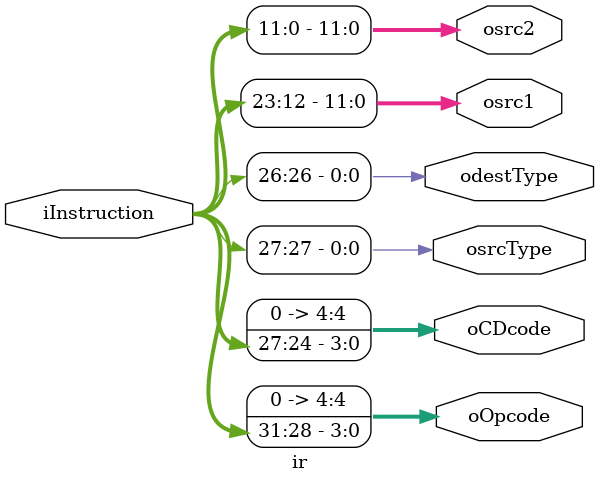
<source format=v>
module ir (
	iInstruction,
	oOpcode,
	oCDcode,  // only for BRA, opcode = 0001
	osrcType, // 0 for reg/mem, 1 for immediate
	odestType, // 0 for reg, 1 for immediate
	osrc1, 
	osrc2
);

input [31:0] iInstruction;
output [4:0] oOpcode, oCDcode;
output osrcType, odestType;
output [11:0] osrc1, osrc2;

assign oOpcode = iInstruction[31:28];
assign oCDcode = iInstruction[27:24];
assign osrcType = iInstruction[27];
assign odestType = iInstruction[26];
assign osrc1 = iInstruction[23:12];
assign osrc2 = iInstruction[11:0];

endmodule
</source>
